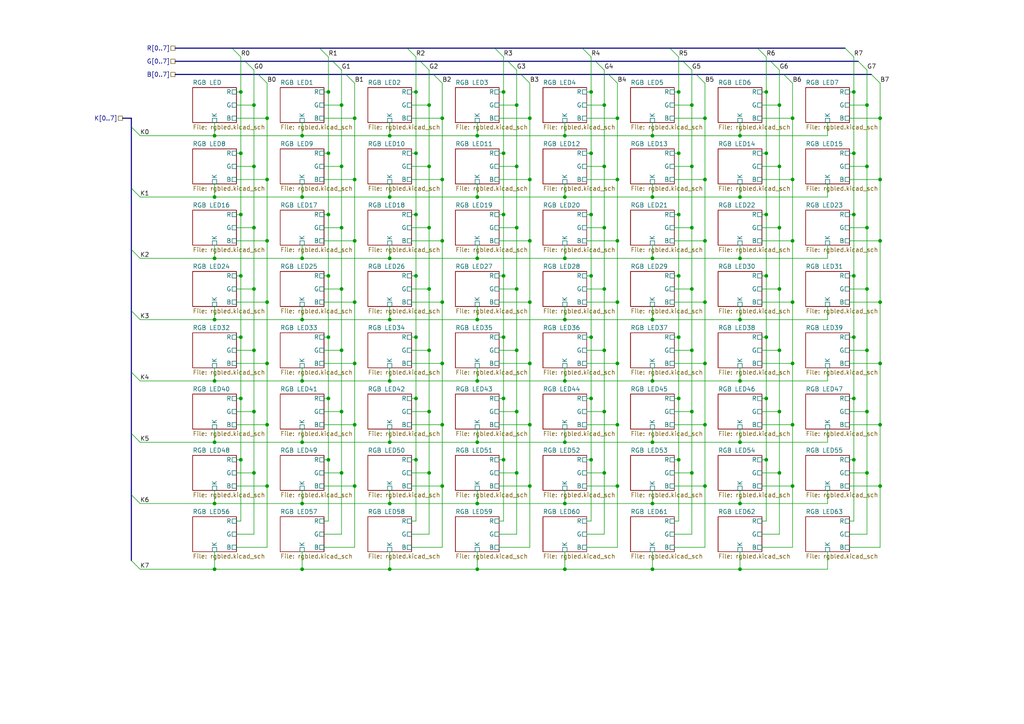
<source format=kicad_sch>
(kicad_sch (version 20250114) (generator "eeschema") (generator_version "9.0")
  (paper "A4")
  (junction (at 120.65 44.45))
  (junction (at 138.43 128.27))
  (junction (at 200.66 119.38))
  (junction (at 247.65 80.01))
  (junction (at 251.46 30.48))
  (junction (at 102.87 123.19))
  (junction (at 251.46 119.38))
  (junction (at 149.86 101.6))
  (junction (at 251.46 83.82))
  (junction (at 102.87 140.97))
  (junction (at 77.47 34.29))
  (junction (at 138.43 39.37))
  (junction (at 62.23 128.27))
  (junction (at 175.26 48.26))
  (junction (at 138.43 146.05))
  (junction (at 95.25 44.45))
  (junction (at 226.06 101.6))
  (junction (at 120.65 62.23))
  (junction (at 69.85 26.67))
  (junction (at 87.63 74.93))
  (junction (at 179.07 69.85))
  (junction (at 95.25 133.35))
  (junction (at 62.23 146.05))
  (junction (at 73.66 83.82))
  (junction (at 226.06 48.26))
  (junction (at 62.23 39.37))
  (junction (at 163.83 146.05))
  (junction (at 124.46 48.26))
  (junction (at 146.05 97.79))
  (junction (at 124.46 83.82))
  (junction (at 73.66 119.38))
  (junction (at 200.66 137.16))
  (junction (at 175.26 30.48))
  (junction (at 95.25 115.57))
  (junction (at 189.23 74.93))
  (junction (at 128.27 123.19))
  (junction (at 200.66 83.82))
  (junction (at 138.43 165.1))
  (junction (at 179.07 123.19))
  (junction (at 189.23 39.37))
  (junction (at 255.27 105.41))
  (junction (at 189.23 92.71))
  (junction (at 149.86 48.26))
  (junction (at 62.23 110.49))
  (junction (at 255.27 87.63))
  (junction (at 200.66 66.04))
  (junction (at 153.67 87.63))
  (junction (at 200.66 30.48))
  (junction (at 226.06 66.04))
  (junction (at 149.86 83.82))
  (junction (at 196.85 115.57))
  (junction (at 87.63 39.37))
  (junction (at 214.63 165.1))
  (junction (at 179.07 105.41))
  (junction (at 153.67 34.29))
  (junction (at 214.63 74.93))
  (junction (at 113.03 57.15))
  (junction (at 73.66 137.16))
  (junction (at 120.65 115.57))
  (junction (at 153.67 140.97))
  (junction (at 149.86 66.04))
  (junction (at 153.67 105.41))
  (junction (at 87.63 165.1))
  (junction (at 99.06 101.6))
  (junction (at 128.27 140.97))
  (junction (at 69.85 62.23))
  (junction (at 222.25 26.67))
  (junction (at 214.63 92.71))
  (junction (at 226.06 30.48))
  (junction (at 226.06 83.82))
  (junction (at 175.26 101.6))
  (junction (at 62.23 57.15))
  (junction (at 189.23 165.1))
  (junction (at 128.27 87.63))
  (junction (at 69.85 80.01))
  (junction (at 124.46 66.04))
  (junction (at 62.23 165.1))
  (junction (at 73.66 66.04))
  (junction (at 113.03 146.05))
  (junction (at 102.87 52.07))
  (junction (at 69.85 133.35))
  (junction (at 229.87 87.63))
  (junction (at 153.67 69.85))
  (junction (at 247.65 62.23))
  (junction (at 229.87 69.85))
  (junction (at 214.63 57.15))
  (junction (at 222.25 80.01))
  (junction (at 251.46 66.04))
  (junction (at 73.66 101.6))
  (junction (at 77.47 105.41))
  (junction (at 87.63 128.27))
  (junction (at 229.87 52.07))
  (junction (at 222.25 44.45))
  (junction (at 102.87 69.85))
  (junction (at 149.86 119.38))
  (junction (at 179.07 87.63))
  (junction (at 77.47 87.63))
  (junction (at 120.65 97.79))
  (junction (at 171.45 80.01))
  (junction (at 99.06 83.82))
  (junction (at 138.43 92.71))
  (junction (at 124.46 101.6))
  (junction (at 163.83 57.15))
  (junction (at 128.27 105.41))
  (junction (at 179.07 140.97))
  (junction (at 189.23 128.27))
  (junction (at 77.47 52.07))
  (junction (at 87.63 110.49))
  (junction (at 99.06 48.26))
  (junction (at 62.23 92.71))
  (junction (at 102.87 105.41))
  (junction (at 149.86 137.16))
  (junction (at 99.06 119.38))
  (junction (at 120.65 26.67))
  (junction (at 171.45 44.45))
  (junction (at 146.05 26.67))
  (junction (at 226.06 137.16))
  (junction (at 95.25 97.79))
  (junction (at 204.47 52.07))
  (junction (at 214.63 128.27))
  (junction (at 163.83 92.71))
  (junction (at 214.63 110.49))
  (junction (at 171.45 133.35))
  (junction (at 95.25 80.01))
  (junction (at 95.25 62.23))
  (junction (at 113.03 110.49))
  (junction (at 222.25 115.57))
  (junction (at 175.26 119.38))
  (junction (at 128.27 52.07))
  (junction (at 200.66 101.6))
  (junction (at 222.25 133.35))
  (junction (at 196.85 62.23))
  (junction (at 120.65 133.35))
  (junction (at 222.25 62.23))
  (junction (at 247.65 115.57))
  (junction (at 204.47 34.29))
  (junction (at 146.05 80.01))
  (junction (at 222.25 97.79))
  (junction (at 138.43 74.93))
  (junction (at 175.26 83.82))
  (junction (at 196.85 133.35))
  (junction (at 255.27 52.07))
  (junction (at 87.63 92.71))
  (junction (at 153.67 123.19))
  (junction (at 163.83 128.27))
  (junction (at 124.46 137.16))
  (junction (at 255.27 140.97))
  (junction (at 77.47 69.85))
  (junction (at 102.87 87.63))
  (junction (at 113.03 39.37))
  (junction (at 179.07 52.07))
  (junction (at 99.06 30.48))
  (junction (at 251.46 101.6))
  (junction (at 87.63 146.05))
  (junction (at 138.43 57.15))
  (junction (at 171.45 26.67))
  (junction (at 204.47 140.97))
  (junction (at 175.26 66.04))
  (junction (at 87.63 57.15))
  (junction (at 247.65 44.45))
  (junction (at 214.63 39.37))
  (junction (at 175.26 137.16))
  (junction (at 153.67 52.07))
  (junction (at 196.85 26.67))
  (junction (at 113.03 92.71))
  (junction (at 226.06 119.38))
  (junction (at 113.03 165.1))
  (junction (at 73.66 30.48))
  (junction (at 99.06 137.16))
  (junction (at 171.45 115.57))
  (junction (at 196.85 44.45))
  (junction (at 229.87 123.19))
  (junction (at 146.05 62.23))
  (junction (at 200.66 48.26))
  (junction (at 229.87 34.29))
  (junction (at 69.85 44.45))
  (junction (at 171.45 97.79))
  (junction (at 124.46 119.38))
  (junction (at 196.85 80.01))
  (junction (at 204.47 87.63))
  (junction (at 179.07 34.29))
  (junction (at 149.86 30.48))
  (junction (at 255.27 69.85))
  (junction (at 146.05 44.45))
  (junction (at 214.63 146.05))
  (junction (at 163.83 39.37))
  (junction (at 124.46 30.48))
  (junction (at 189.23 146.05))
  (junction (at 247.65 97.79))
  (junction (at 99.06 66.04))
  (junction (at 102.87 34.29))
  (junction (at 204.47 69.85))
  (junction (at 146.05 115.57))
  (junction (at 113.03 128.27))
  (junction (at 113.03 74.93))
  (junction (at 77.47 140.97))
  (junction (at 196.85 97.79))
  (junction (at 95.25 26.67))
  (junction (at 255.27 34.29))
  (junction (at 247.65 133.35))
  (junction (at 255.27 123.19))
  (junction (at 69.85 115.57))
  (junction (at 251.46 137.16))
  (junction (at 189.23 57.15))
  (junction (at 120.65 80.01))
  (junction (at 128.27 69.85))
  (junction (at 163.83 110.49))
  (junction (at 69.85 97.79))
  (junction (at 146.05 133.35))
  (junction (at 77.47 123.19))
  (junction (at 163.83 74.93))
  (junction (at 128.27 34.29))
  (junction (at 229.87 105.41))
  (junction (at 163.83 165.1))
  (junction (at 189.23 110.49))
  (junction (at 229.87 140.97))
  (junction (at 251.46 48.26))
  (junction (at 204.47 123.19))
  (junction (at 204.47 105.41))
  (junction (at 62.23 74.93))
  (junction (at 247.65 26.67))
  (junction (at 73.66 48.26))
  (junction (at 171.45 62.23))
  (junction (at 138.43 110.49))
  (bus_entry (at 201.93 21.59) (size 2.54 2.54))
  (bus_entry (at 176.53 21.59) (size 2.54 2.54))
  (bus_entry (at 198.12 17.78) (size 2.54 2.54))
  (bus_entry (at 172.72 17.78) (size 2.54 2.54))
  (bus_entry (at 71.12 17.78) (size 2.54 2.54))
  (bus_entry (at 147.32 17.78) (size 2.54 2.54))
  (bus_entry (at 74.93 21.59) (size 2.54 2.54))
  (bus_entry (at 38.1 125.73) (size 2.54 2.54))
  (bus_entry (at 194.31 13.97) (size 2.54 2.54))
  (bus_entry (at 168.91 13.97) (size 2.54 2.54))
  (bus_entry (at 223.52 17.78) (size 2.54 2.54))
  (bus_entry (at 219.71 13.97) (size 2.54 2.54))
  (bus_entry (at 227.33 21.59) (size 2.54 2.54))
  (bus_entry (at 118.11 13.97) (size 2.54 2.54))
  (bus_entry (at 248.92 17.78) (size 2.54 2.54))
  (bus_entry (at 100.33 21.59) (size 2.54 2.54))
  (bus_entry (at 38.1 72.39) (size 2.54 2.54))
  (bus_entry (at 38.1 54.61) (size 2.54 2.54))
  (bus_entry (at 38.1 107.95) (size 2.54 2.54))
  (bus_entry (at 96.52 17.78) (size 2.54 2.54))
  (bus_entry (at 151.13 21.59) (size 2.54 2.54))
  (bus_entry (at 252.73 21.59) (size 2.54 2.54))
  (bus_entry (at 121.92 17.78) (size 2.54 2.54))
  (bus_entry (at 38.1 162.56) (size 2.54 2.54))
  (bus_entry (at 245.11 13.97) (size 2.54 2.54))
  (bus_entry (at 67.31 13.97) (size 2.54 2.54))
  (bus_entry (at 92.71 13.97) (size 2.54 2.54))
  (bus_entry (at 125.73 21.59) (size 2.54 2.54))
  (bus_entry (at 38.1 143.51) (size 2.54 2.54))
  (bus_entry (at 38.1 36.83) (size 2.54 2.54))
  (bus_entry (at 38.1 90.17) (size 2.54 2.54))
  (bus_entry (at 143.51 13.97) (size 2.54 2.54))
  (bus (pts (xy 219.71 13.97) (xy 245.11 13.97)))
  (bus (pts (xy 125.73 21.59) (xy 151.13 21.59)))
  (wire (pts (xy 68.58 80.01) (xy 69.85 80.01)))
  (wire (pts (xy 120.65 115.57) (xy 120.65 133.35)))
  (wire (pts (xy 68.58 119.38) (xy 73.66 119.38)))
  (wire (pts (xy 204.47 34.29) (xy 195.58 34.29)))
  (wire (pts (xy 93.98 137.16) (xy 99.06 137.16)))
  (wire (pts (xy 124.46 119.38) (xy 124.46 137.16)))
  (wire (pts (xy 77.47 105.41) (xy 77.47 87.63)))
  (wire (pts (xy 99.06 20.32) (xy 99.06 30.48)))
  (wire (pts (xy 175.26 20.32) (xy 175.26 30.48)))
  (wire (pts (xy 175.26 101.6) (xy 175.26 119.38)))
  (wire (pts (xy 102.87 52.07) (xy 102.87 34.29)))
  (wire (pts (xy 102.87 158.75) (xy 102.87 140.97)))
  (wire (pts (xy 95.25 151.13) (xy 93.98 151.13)))
  (wire (pts (xy 113.03 124.46) (xy 113.03 128.27)))
  (wire (pts (xy 189.23 124.46) (xy 189.23 128.27)))
  (wire (pts (xy 200.66 83.82) (xy 200.66 101.6)))
  (wire (pts (xy 146.05 26.67) (xy 146.05 44.45)))
  (wire (pts (xy 153.67 24.13) (xy 153.67 34.29)))
  (wire (pts (xy 229.87 34.29) (xy 220.98 34.29)))
  (wire (pts (xy 119.38 133.35) (xy 120.65 133.35)))
  (wire (pts (xy 189.23 146.05) (xy 214.63 146.05)))
  (wire (pts (xy 170.18 52.07) (xy 179.07 52.07)))
  (bus (pts (xy 118.11 13.97) (xy 143.51 13.97)))
  (wire (pts (xy 68.58 133.35) (xy 69.85 133.35)))
  (wire (pts (xy 163.83 88.9) (xy 163.83 92.71)))
  (wire (pts (xy 200.66 119.38) (xy 200.66 137.16)))
  (wire (pts (xy 251.46 48.26) (xy 251.46 66.04)))
  (wire (pts (xy 204.47 158.75) (xy 204.47 140.97)))
  (wire (pts (xy 204.47 140.97) (xy 204.47 123.19)))
  (wire (pts (xy 128.27 105.41) (xy 128.27 87.63)))
  (wire (pts (xy 119.38 87.63) (xy 128.27 87.63)))
  (wire (pts (xy 195.58 133.35) (xy 196.85 133.35)))
  (wire (pts (xy 229.87 105.41) (xy 229.87 87.63)))
  (wire (pts (xy 251.46 154.94) (xy 246.38 154.94)))
  (wire (pts (xy 222.25 151.13) (xy 220.98 151.13)))
  (wire (pts (xy 120.65 97.79) (xy 120.65 115.57)))
  (wire (pts (xy 68.58 87.63) (xy 77.47 87.63)))
  (wire (pts (xy 222.25 115.57) (xy 222.25 133.35)))
  (bus (pts (xy 96.52 17.78) (xy 121.92 17.78)))
  (wire (pts (xy 170.18 44.45) (xy 171.45 44.45)))
  (wire (pts (xy 149.86 154.94) (xy 144.78 154.94)))
  (wire (pts (xy 220.98 69.85) (xy 229.87 69.85)))
  (wire (pts (xy 138.43 110.49) (xy 163.83 110.49)))
  (bus (pts (xy 71.12 17.78) (xy 96.52 17.78)))
  (wire (pts (xy 149.86 30.48) (xy 149.86 48.26)))
  (wire (pts (xy 40.64 110.49) (xy 62.23 110.49)))
  (wire (pts (xy 138.43 88.9) (xy 138.43 92.71)))
  (wire (pts (xy 175.26 30.48) (xy 175.26 48.26)))
  (wire (pts (xy 179.07 105.41) (xy 179.07 87.63)))
  (wire (pts (xy 220.98 137.16) (xy 226.06 137.16)))
  (wire (pts (xy 170.18 62.23) (xy 171.45 62.23)))
  (wire (pts (xy 222.25 97.79) (xy 222.25 115.57)))
  (wire (pts (xy 251.46 137.16) (xy 251.46 154.94)))
  (wire (pts (xy 119.38 62.23) (xy 120.65 62.23)))
  (wire (pts (xy 69.85 133.35) (xy 69.85 151.13)))
  (wire (pts (xy 102.87 34.29) (xy 93.98 34.29)))
  (wire (pts (xy 99.06 154.94) (xy 93.98 154.94)))
  (wire (pts (xy 144.78 133.35) (xy 146.05 133.35)))
  (wire (pts (xy 99.06 137.16) (xy 99.06 154.94)))
  (wire (pts (xy 214.63 106.68) (xy 214.63 110.49)))
  (wire (pts (xy 69.85 26.67) (xy 69.85 44.45)))
  (wire (pts (xy 170.18 83.82) (xy 175.26 83.82)))
  (wire (pts (xy 95.25 97.79) (xy 95.25 115.57)))
  (wire (pts (xy 149.86 48.26) (xy 149.86 66.04)))
  (wire (pts (xy 170.18 119.38) (xy 175.26 119.38)))
  (wire (pts (xy 93.98 115.57) (xy 95.25 115.57)))
  (bus (pts (xy 67.31 13.97) (xy 92.71 13.97)))
  (wire (pts (xy 68.58 62.23) (xy 69.85 62.23)))
  (wire (pts (xy 124.46 137.16) (xy 124.46 154.94)))
  (wire (pts (xy 153.67 105.41) (xy 153.67 87.63)))
  (wire (pts (xy 251.46 66.04) (xy 251.46 83.82)))
  (wire (pts (xy 247.65 115.57) (xy 247.65 133.35)))
  (wire (pts (xy 77.47 123.19) (xy 77.47 105.41)))
  (wire (pts (xy 220.98 26.67) (xy 222.25 26.67)))
  (wire (pts (xy 144.78 97.79) (xy 146.05 97.79)))
  (wire (pts (xy 153.67 140.97) (xy 153.67 123.19)))
  (wire (pts (xy 170.18 123.19) (xy 179.07 123.19)))
  (wire (pts (xy 195.58 119.38) (xy 200.66 119.38)))
  (wire (pts (xy 175.26 154.94) (xy 170.18 154.94)))
  (wire (pts (xy 144.78 123.19) (xy 153.67 123.19)))
  (wire (pts (xy 95.25 62.23) (xy 95.25 80.01)))
  (wire (pts (xy 226.06 137.16) (xy 226.06 154.94)))
  (wire (pts (xy 153.67 69.85) (xy 153.67 52.07)))
  (wire (pts (xy 138.43 106.68) (xy 138.43 110.49)))
  (wire (pts (xy 214.63 35.56) (xy 214.63 39.37)))
  (wire (pts (xy 222.25 62.23) (xy 222.25 80.01)))
  (wire (pts (xy 170.18 66.04) (xy 175.26 66.04)))
  (wire (pts (xy 195.58 123.19) (xy 204.47 123.19)))
  (wire (pts (xy 171.45 133.35) (xy 171.45 151.13)))
  (wire (pts (xy 229.87 24.13) (xy 229.87 34.29)))
  (wire (pts (xy 255.27 87.63) (xy 255.27 69.85)))
  (wire (pts (xy 124.46 30.48) (xy 124.46 48.26)))
  (bus (pts (xy 38.1 36.83) (xy 38.1 54.61)))
  (bus (pts (xy 147.32 17.78) (xy 172.72 17.78)))
  (bus (pts (xy 38.1 54.61) (xy 38.1 72.39)))
  (wire (pts (xy 144.78 80.01) (xy 146.05 80.01)))
  (bus (pts (xy 121.92 17.78) (xy 147.32 17.78)))
  (wire (pts (xy 220.98 119.38) (xy 226.06 119.38)))
  (wire (pts (xy 189.23 160.02) (xy 189.23 165.1)))
  (wire (pts (xy 138.43 39.37) (xy 163.83 39.37)))
  (wire (pts (xy 144.78 62.23) (xy 146.05 62.23)))
  (wire (pts (xy 246.38 158.75) (xy 255.27 158.75)))
  (wire (pts (xy 214.63 110.49) (xy 240.03 110.49)))
  (wire (pts (xy 171.45 44.45) (xy 171.45 62.23)))
  (wire (pts (xy 179.07 69.85) (xy 179.07 52.07)))
  (wire (pts (xy 214.63 92.71) (xy 240.03 92.71)))
  (wire (pts (xy 189.23 165.1) (xy 214.63 165.1)))
  (wire (pts (xy 171.45 16.51) (xy 171.45 26.67)))
  (wire (pts (xy 99.06 119.38) (xy 99.06 137.16)))
  (wire (pts (xy 119.38 26.67) (xy 120.65 26.67)))
  (wire (pts (xy 246.38 80.01) (xy 247.65 80.01)))
  (bus (pts (xy 74.93 21.59) (xy 100.33 21.59)))
  (bus (pts (xy 227.33 21.59) (xy 252.73 21.59)))
  (wire (pts (xy 144.78 119.38) (xy 149.86 119.38)))
  (wire (pts (xy 171.45 26.67) (xy 171.45 44.45)))
  (wire (pts (xy 87.63 35.56) (xy 87.63 39.37)))
  (wire (pts (xy 68.58 140.97) (xy 77.47 140.97)))
  (wire (pts (xy 69.85 97.79) (xy 69.85 115.57)))
  (wire (pts (xy 170.18 105.41) (xy 179.07 105.41)))
  (wire (pts (xy 124.46 83.82) (xy 124.46 101.6)))
  (wire (pts (xy 69.85 151.13) (xy 68.58 151.13)))
  (wire (pts (xy 68.58 26.67) (xy 69.85 26.67)))
  (wire (pts (xy 40.64 128.27) (xy 62.23 128.27)))
  (wire (pts (xy 226.06 101.6) (xy 226.06 119.38)))
  (wire (pts (xy 62.23 39.37) (xy 87.63 39.37)))
  (wire (pts (xy 222.25 133.35) (xy 222.25 151.13)))
  (wire (pts (xy 93.98 133.35) (xy 95.25 133.35)))
  (wire (pts (xy 149.86 20.32) (xy 149.86 30.48)))
  (wire (pts (xy 240.03 165.1) (xy 240.03 160.02)))
  (wire (pts (xy 128.27 52.07) (xy 128.27 34.29)))
  (wire (pts (xy 220.98 97.79) (xy 222.25 97.79)))
  (wire (pts (xy 146.05 115.57) (xy 146.05 133.35)))
  (wire (pts (xy 246.38 83.82) (xy 251.46 83.82)))
  (wire (pts (xy 62.23 106.68) (xy 62.23 110.49)))
  (wire (pts (xy 138.43 35.56) (xy 138.43 39.37)))
  (wire (pts (xy 87.63 53.34) (xy 87.63 57.15)))
  (wire (pts (xy 171.45 115.57) (xy 171.45 133.35)))
  (wire (pts (xy 95.25 26.67) (xy 95.25 44.45)))
  (wire (pts (xy 62.23 165.1) (xy 87.63 165.1)))
  (wire (pts (xy 214.63 160.02) (xy 214.63 165.1)))
  (wire (pts (xy 144.78 48.26) (xy 149.86 48.26)))
  (wire (pts (xy 146.05 80.01) (xy 146.05 97.79)))
  (wire (pts (xy 93.98 119.38) (xy 99.06 119.38)))
  (wire (pts (xy 93.98 123.19) (xy 102.87 123.19)))
  (wire (pts (xy 113.03 39.37) (xy 138.43 39.37)))
  (wire (pts (xy 62.23 160.02) (xy 62.23 165.1)))
  (wire (pts (xy 179.07 52.07) (xy 179.07 34.29)))
  (wire (pts (xy 200.66 101.6) (xy 200.66 119.38)))
  (wire (pts (xy 200.66 48.26) (xy 200.66 66.04)))
  (wire (pts (xy 87.63 142.24) (xy 87.63 146.05)))
  (wire (pts (xy 128.27 140.97) (xy 128.27 123.19)))
  (wire (pts (xy 69.85 80.01) (xy 69.85 97.79)))
  (wire (pts (xy 175.26 66.04) (xy 175.26 83.82)))
  (wire (pts (xy 77.47 24.13) (xy 77.47 34.29)))
  (wire (pts (xy 146.05 44.45) (xy 146.05 62.23)))
  (wire (pts (xy 214.63 39.37) (xy 240.03 39.37)))
  (wire (pts (xy 68.58 30.48) (xy 73.66 30.48)))
  (wire (pts (xy 163.83 57.15) (xy 189.23 57.15)))
  (wire (pts (xy 93.98 52.07) (xy 102.87 52.07)))
  (wire (pts (xy 170.18 158.75) (xy 179.07 158.75)))
  (wire (pts (xy 62.23 53.34) (xy 62.23 57.15)))
  (wire (pts (xy 214.63 124.46) (xy 214.63 128.27)))
  (wire (pts (xy 138.43 165.1) (xy 163.83 165.1)))
  (wire (pts (xy 240.03 128.27) (xy 240.03 124.46)))
  (wire (pts (xy 220.98 30.48) (xy 226.06 30.48)))
  (wire (pts (xy 69.85 62.23) (xy 69.85 80.01)))
  (wire (pts (xy 119.38 158.75) (xy 128.27 158.75)))
  (wire (pts (xy 138.43 74.93) (xy 163.83 74.93)))
  (wire (pts (xy 229.87 69.85) (xy 229.87 52.07)))
  (wire (pts (xy 163.83 39.37) (xy 189.23 39.37)))
  (wire (pts (xy 69.85 115.57) (xy 69.85 133.35)))
  (wire (pts (xy 113.03 74.93) (xy 138.43 74.93)))
  (wire (pts (xy 113.03 165.1) (xy 138.43 165.1)))
  (wire (pts (xy 119.38 115.57) (xy 120.65 115.57)))
  (wire (pts (xy 119.38 66.04) (xy 124.46 66.04)))
  (wire (pts (xy 68.58 83.82) (xy 73.66 83.82)))
  (wire (pts (xy 73.66 20.32) (xy 73.66 30.48)))
  (wire (pts (xy 189.23 57.15) (xy 214.63 57.15)))
  (wire (pts (xy 119.38 140.97) (xy 128.27 140.97)))
  (bus (pts (xy 198.12 17.78) (xy 223.52 17.78)))
  (wire (pts (xy 87.63 39.37) (xy 113.03 39.37)))
  (wire (pts (xy 204.47 105.41) (xy 204.47 87.63)))
  (wire (pts (xy 153.67 123.19) (xy 153.67 105.41)))
  (wire (pts (xy 214.63 128.27) (xy 240.03 128.27)))
  (wire (pts (xy 95.25 133.35) (xy 95.25 151.13)))
  (wire (pts (xy 124.46 48.26) (xy 124.46 66.04)))
  (wire (pts (xy 255.27 123.19) (xy 255.27 105.41)))
  (wire (pts (xy 99.06 48.26) (xy 99.06 66.04)))
  (wire (pts (xy 62.23 88.9) (xy 62.23 92.71)))
  (bus (pts (xy 100.33 21.59) (xy 125.73 21.59)))
  (wire (pts (xy 179.07 158.75) (xy 179.07 140.97)))
  (bus (pts (xy 176.53 21.59) (xy 201.93 21.59)))
  (wire (pts (xy 220.98 101.6) (xy 226.06 101.6)))
  (bus (pts (xy 194.31 13.97) (xy 219.71 13.97)))
  (wire (pts (xy 128.27 87.63) (xy 128.27 69.85)))
  (wire (pts (xy 120.65 44.45) (xy 120.65 62.23)))
  (wire (pts (xy 226.06 83.82) (xy 226.06 101.6)))
  (wire (pts (xy 99.06 83.82) (xy 99.06 101.6)))
  (wire (pts (xy 251.46 101.6) (xy 251.46 119.38)))
  (wire (pts (xy 68.58 52.07) (xy 77.47 52.07)))
  (wire (pts (xy 138.43 92.71) (xy 163.83 92.71)))
  (wire (pts (xy 255.27 158.75) (xy 255.27 140.97)))
  (wire (pts (xy 124.46 101.6) (xy 124.46 119.38)))
  (wire (pts (xy 196.85 80.01) (xy 196.85 97.79)))
  (wire (pts (xy 40.64 74.93) (xy 62.23 74.93)))
  (wire (pts (xy 189.23 71.12) (xy 189.23 74.93)))
  (wire (pts (xy 144.78 69.85) (xy 153.67 69.85)))
  (wire (pts (xy 163.83 74.93) (xy 189.23 74.93)))
  (wire (pts (xy 119.38 80.01) (xy 120.65 80.01)))
  (wire (pts (xy 189.23 110.49) (xy 214.63 110.49)))
  (wire (pts (xy 195.58 115.57) (xy 196.85 115.57)))
  (wire (pts (xy 204.47 52.07) (xy 204.47 34.29)))
  (wire (pts (xy 68.58 158.75) (xy 77.47 158.75)))
  (wire (pts (xy 246.38 52.07) (xy 255.27 52.07)))
  (wire (pts (xy 138.43 128.27) (xy 163.83 128.27)))
  (wire (pts (xy 204.47 69.85) (xy 204.47 52.07)))
  (wire (pts (xy 251.46 20.32) (xy 251.46 30.48)))
  (wire (pts (xy 220.98 48.26) (xy 226.06 48.26)))
  (wire (pts (xy 119.38 83.82) (xy 124.46 83.82)))
  (wire (pts (xy 196.85 133.35) (xy 196.85 151.13)))
  (wire (pts (xy 171.45 97.79) (xy 171.45 115.57)))
  (wire (pts (xy 226.06 48.26) (xy 226.06 66.04)))
  (wire (pts (xy 163.83 110.49) (xy 189.23 110.49)))
  (bus (pts (xy 38.1 34.29) (xy 38.1 36.83)))
  (wire (pts (xy 200.66 20.32) (xy 200.66 30.48)))
  (wire (pts (xy 68.58 101.6) (xy 73.66 101.6)))
  (wire (pts (xy 113.03 35.56) (xy 113.03 39.37)))
  (wire (pts (xy 195.58 105.41) (xy 204.47 105.41)))
  (wire (pts (xy 144.78 30.48) (xy 149.86 30.48)))
  (wire (pts (xy 175.26 137.16) (xy 175.26 154.94)))
  (wire (pts (xy 214.63 57.15) (xy 240.03 57.15)))
  (wire (pts (xy 170.18 26.67) (xy 171.45 26.67)))
  (wire (pts (xy 220.98 62.23) (xy 222.25 62.23)))
  (wire (pts (xy 102.87 24.13) (xy 102.87 34.29)))
  (wire (pts (xy 87.63 165.1) (xy 113.03 165.1)))
  (wire (pts (xy 247.65 151.13) (xy 246.38 151.13)))
  (wire (pts (xy 163.83 53.34) (xy 163.83 57.15)))
  (wire (pts (xy 62.23 92.71) (xy 87.63 92.71)))
  (wire (pts (xy 99.06 66.04) (xy 99.06 83.82)))
  (wire (pts (xy 99.06 101.6) (xy 99.06 119.38)))
  (wire (pts (xy 195.58 69.85) (xy 204.47 69.85)))
  (wire (pts (xy 77.47 158.75) (xy 77.47 140.97)))
  (wire (pts (xy 119.38 52.07) (xy 128.27 52.07)))
  (wire (pts (xy 146.05 62.23) (xy 146.05 80.01)))
  (wire (pts (xy 214.63 142.24) (xy 214.63 146.05)))
  (wire (pts (xy 175.26 48.26) (xy 175.26 66.04)))
  (wire (pts (xy 69.85 44.45) (xy 69.85 62.23)))
  (wire (pts (xy 68.58 115.57) (xy 69.85 115.57)))
  (wire (pts (xy 195.58 97.79) (xy 196.85 97.79)))
  (wire (pts (xy 200.66 154.94) (xy 195.58 154.94)))
  (wire (pts (xy 240.03 110.49) (xy 240.03 106.68)))
  (wire (pts (xy 251.46 119.38) (xy 251.46 137.16)))
  (wire (pts (xy 144.78 66.04) (xy 149.86 66.04)))
  (wire (pts (xy 128.27 24.13) (xy 128.27 34.29)))
  (wire (pts (xy 195.58 140.97) (xy 204.47 140.97)))
  (wire (pts (xy 99.06 30.48) (xy 99.06 48.26)))
  (wire (pts (xy 247.65 133.35) (xy 247.65 151.13)))
  (wire (pts (xy 220.98 87.63) (xy 229.87 87.63)))
  (wire (pts (xy 120.65 133.35) (xy 120.65 151.13)))
  (wire (pts (xy 251.46 30.48) (xy 251.46 48.26)))
  (wire (pts (xy 195.58 158.75) (xy 204.47 158.75)))
  (wire (pts (xy 196.85 62.23) (xy 196.85 80.01)))
  (wire (pts (xy 102.87 105.41) (xy 102.87 87.63)))
  (wire (pts (xy 113.03 146.05) (xy 138.43 146.05)))
  (wire (pts (xy 163.83 165.1) (xy 189.23 165.1)))
  (wire (pts (xy 240.03 39.37) (xy 240.03 35.56)))
  (wire (pts (xy 195.58 30.48) (xy 200.66 30.48)))
  (wire (pts (xy 68.58 123.19) (xy 77.47 123.19)))
  (wire (pts (xy 144.78 26.67) (xy 146.05 26.67)))
  (wire (pts (xy 247.65 44.45) (xy 247.65 62.23)))
  (bus (pts (xy 143.51 13.97) (xy 168.91 13.97)))
  (wire (pts (xy 113.03 57.15) (xy 138.43 57.15)))
  (wire (pts (xy 222.25 80.01) (xy 222.25 97.79)))
  (bus (pts (xy 50.8 13.97) (xy 67.31 13.97)))
  (wire (pts (xy 138.43 124.46) (xy 138.43 128.27)))
  (wire (pts (xy 77.47 52.07) (xy 77.47 34.29)))
  (wire (pts (xy 95.25 16.51) (xy 95.25 26.67)))
  (wire (pts (xy 93.98 30.48) (xy 99.06 30.48)))
  (wire (pts (xy 163.83 92.71) (xy 189.23 92.71)))
  (wire (pts (xy 113.03 92.71) (xy 138.43 92.71)))
  (wire (pts (xy 229.87 158.75) (xy 229.87 140.97)))
  (wire (pts (xy 144.78 44.45) (xy 146.05 44.45)))
  (wire (pts (xy 113.03 88.9) (xy 113.03 92.71)))
  (wire (pts (xy 87.63 160.02) (xy 87.63 165.1)))
  (wire (pts (xy 214.63 74.93) (xy 240.03 74.93)))
  (wire (pts (xy 170.18 80.01) (xy 171.45 80.01)))
  (wire (pts (xy 255.27 105.41) (xy 255.27 87.63)))
  (wire (pts (xy 138.43 142.24) (xy 138.43 146.05)))
  (wire (pts (xy 77.47 87.63) (xy 77.47 69.85)))
  (wire (pts (xy 149.86 101.6) (xy 149.86 119.38)))
  (wire (pts (xy 214.63 71.12) (xy 214.63 74.93)))
  (wire (pts (xy 246.38 97.79) (xy 247.65 97.79)))
  (wire (pts (xy 102.87 140.97) (xy 102.87 123.19)))
  (wire (pts (xy 120.65 80.01) (xy 120.65 97.79)))
  (wire (pts (xy 189.23 142.24) (xy 189.23 146.05)))
  (wire (pts (xy 144.78 52.07) (xy 153.67 52.07)))
  (wire (pts (xy 138.43 71.12) (xy 138.43 74.93)))
  (wire (pts (xy 246.38 101.6) (xy 251.46 101.6)))
  (bus (pts (xy 50.8 21.59) (xy 74.93 21.59)))
  (wire (pts (xy 195.58 137.16) (xy 200.66 137.16)))
  (wire (pts (xy 220.98 80.01) (xy 222.25 80.01)))
  (wire (pts (xy 246.38 140.97) (xy 255.27 140.97)))
  (wire (pts (xy 93.98 87.63) (xy 102.87 87.63)))
  (wire (pts (xy 146.05 16.51) (xy 146.05 26.67)))
  (wire (pts (xy 189.23 53.34) (xy 189.23 57.15)))
  (wire (pts (xy 204.47 87.63) (xy 204.47 69.85)))
  (wire (pts (xy 163.83 128.27) (xy 189.23 128.27)))
  (wire (pts (xy 119.38 97.79) (xy 120.65 97.79)))
  (wire (pts (xy 226.06 119.38) (xy 226.06 137.16)))
  (wire (pts (xy 93.98 83.82) (xy 99.06 83.82)))
  (wire (pts (xy 102.87 123.19) (xy 102.87 105.41)))
  (wire (pts (xy 138.43 160.02) (xy 138.43 165.1)))
  (wire (pts (xy 144.78 87.63) (xy 153.67 87.63)))
  (wire (pts (xy 240.03 74.93) (xy 240.03 71.12)))
  (bus (pts (xy 35.56 34.29) (xy 38.1 34.29)))
  (wire (pts (xy 246.38 44.45) (xy 247.65 44.45)))
  (wire (pts (xy 93.98 140.97) (xy 102.87 140.97)))
  (wire (pts (xy 240.03 57.15) (xy 240.03 53.34)))
  (wire (pts (xy 144.78 101.6) (xy 149.86 101.6)))
  (wire (pts (xy 175.26 119.38) (xy 175.26 137.16)))
  (wire (pts (xy 170.18 97.79) (xy 171.45 97.79)))
  (wire (pts (xy 240.03 146.05) (xy 240.03 142.24)))
  (bus (pts (xy 168.91 13.97) (xy 194.31 13.97)))
  (bus (pts (xy 50.8 17.78) (xy 71.12 17.78)))
  (wire (pts (xy 73.66 30.48) (xy 73.66 48.26)))
  (wire (pts (xy 113.03 53.34) (xy 113.03 57.15)))
  (wire (pts (xy 189.23 106.68) (xy 189.23 110.49)))
  (wire (pts (xy 240.03 92.71) (xy 240.03 88.9)))
  (wire (pts (xy 138.43 146.05) (xy 163.83 146.05)))
  (wire (pts (xy 195.58 48.26) (xy 200.66 48.26)))
  (wire (pts (xy 170.18 87.63) (xy 179.07 87.63)))
  (wire (pts (xy 171.45 80.01) (xy 171.45 97.79)))
  (wire (pts (xy 163.83 146.05) (xy 189.23 146.05)))
  (wire (pts (xy 222.25 44.45) (xy 222.25 62.23)))
  (wire (pts (xy 153.67 158.75) (xy 153.67 140.97)))
  (wire (pts (xy 149.86 119.38) (xy 149.86 137.16)))
  (wire (pts (xy 179.07 87.63) (xy 179.07 69.85)))
  (wire (pts (xy 93.98 69.85) (xy 102.87 69.85)))
  (wire (pts (xy 62.23 74.93) (xy 87.63 74.93)))
  (wire (pts (xy 229.87 123.19) (xy 229.87 105.41)))
  (wire (pts (xy 119.38 123.19) (xy 128.27 123.19)))
  (wire (pts (xy 226.06 154.94) (xy 220.98 154.94)))
  (wire (pts (xy 113.03 71.12) (xy 113.03 74.93)))
  (wire (pts (xy 87.63 92.71) (xy 113.03 92.71)))
  (wire (pts (xy 73.66 101.6) (xy 73.66 119.38)))
  (wire (pts (xy 119.38 101.6) (xy 124.46 101.6)))
  (bus (pts (xy 201.93 21.59) (xy 227.33 21.59)))
  (wire (pts (xy 124.46 66.04) (xy 124.46 83.82)))
  (wire (pts (xy 246.38 66.04) (xy 251.46 66.04)))
  (wire (pts (xy 226.06 20.32) (xy 226.06 30.48)))
  (wire (pts (xy 179.07 24.13) (xy 179.07 34.29)))
  (wire (pts (xy 247.65 16.51) (xy 247.65 26.67)))
  (wire (pts (xy 73.66 119.38) (xy 73.66 137.16)))
  (wire (pts (xy 170.18 115.57) (xy 171.45 115.57)))
  (wire (pts (xy 189.23 128.27) (xy 214.63 128.27)))
  (wire (pts (xy 220.98 158.75) (xy 229.87 158.75)))
  (wire (pts (xy 40.64 57.15) (xy 62.23 57.15)))
  (wire (pts (xy 120.65 151.13) (xy 119.38 151.13)))
  (wire (pts (xy 220.98 105.41) (xy 229.87 105.41)))
  (wire (pts (xy 247.65 26.67) (xy 247.65 44.45)))
  (bus (pts (xy 38.1 72.39) (xy 38.1 90.17)))
  (bus (pts (xy 172.72 17.78) (xy 198.12 17.78)))
  (wire (pts (xy 220.98 115.57) (xy 222.25 115.57)))
  (bus (pts (xy 38.1 90.17) (xy 38.1 107.95)))
  (wire (pts (xy 62.23 128.27) (xy 87.63 128.27)))
  (wire (pts (xy 102.87 87.63) (xy 102.87 69.85)))
  (wire (pts (xy 119.38 30.48) (xy 124.46 30.48)))
  (wire (pts (xy 119.38 69.85) (xy 128.27 69.85)))
  (wire (pts (xy 62.23 110.49) (xy 87.63 110.49)))
  (wire (pts (xy 170.18 69.85) (xy 179.07 69.85)))
  (wire (pts (xy 251.46 83.82) (xy 251.46 101.6)))
  (wire (pts (xy 214.63 88.9) (xy 214.63 92.71)))
  (wire (pts (xy 68.58 44.45) (xy 69.85 44.45)))
  (wire (pts (xy 62.23 57.15) (xy 87.63 57.15)))
  (wire (pts (xy 170.18 48.26) (xy 175.26 48.26)))
  (wire (pts (xy 77.47 69.85) (xy 77.47 52.07)))
  (wire (pts (xy 220.98 83.82) (xy 226.06 83.82)))
  (wire (pts (xy 255.27 24.13) (xy 255.27 34.29)))
  (wire (pts (xy 62.23 142.24) (xy 62.23 146.05)))
  (bus (pts (xy 92.71 13.97) (xy 118.11 13.97)))
  (wire (pts (xy 195.58 80.01) (xy 196.85 80.01)))
  (wire (pts (xy 73.66 137.16) (xy 73.66 154.94)))
  (wire (pts (xy 170.18 133.35) (xy 171.45 133.35)))
  (wire (pts (xy 73.66 66.04) (xy 73.66 83.82)))
  (wire (pts (xy 255.27 52.07) (xy 255.27 34.29)))
  (wire (pts (xy 93.98 62.23) (xy 95.25 62.23)))
  (wire (pts (xy 195.58 52.07) (xy 204.47 52.07)))
  (wire (pts (xy 93.98 44.45) (xy 95.25 44.45)))
  (wire (pts (xy 149.86 66.04) (xy 149.86 83.82)))
  (wire (pts (xy 170.18 101.6) (xy 175.26 101.6)))
  (wire (pts (xy 95.25 80.01) (xy 95.25 97.79)))
  (bus (pts (xy 38.1 143.51) (xy 38.1 162.56)))
  (wire (pts (xy 247.65 80.01) (xy 247.65 97.79)))
  (wire (pts (xy 128.27 123.19) (xy 128.27 105.41)))
  (wire (pts (xy 62.23 124.46) (xy 62.23 128.27)))
  (wire (pts (xy 146.05 97.79) (xy 146.05 115.57)))
  (wire (pts (xy 102.87 69.85) (xy 102.87 52.07)))
  (wire (pts (xy 73.66 83.82) (xy 73.66 101.6)))
  (wire (pts (xy 196.85 16.51) (xy 196.85 26.67)))
  (wire (pts (xy 138.43 53.34) (xy 138.43 57.15)))
  (wire (pts (xy 87.63 124.46) (xy 87.63 128.27)))
  (wire (pts (xy 195.58 44.45) (xy 196.85 44.45)))
  (wire (pts (xy 119.38 105.41) (xy 128.27 105.41)))
  (wire (pts (xy 246.38 137.16) (xy 251.46 137.16)))
  (wire (pts (xy 179.07 123.19) (xy 179.07 105.41)))
  (wire (pts (xy 144.78 140.97) (xy 153.67 140.97)))
  (wire (pts (xy 195.58 66.04) (xy 200.66 66.04)))
  (wire (pts (xy 246.38 26.67) (xy 247.65 26.67)))
  (wire (pts (xy 87.63 88.9) (xy 87.63 92.71)))
  (wire (pts (xy 128.27 158.75) (xy 128.27 140.97)))
  (wire (pts (xy 40.64 146.05) (xy 62.23 146.05)))
  (wire (pts (xy 149.86 137.16) (xy 149.86 154.94)))
  (wire (pts (xy 171.45 151.13) (xy 170.18 151.13)))
  (wire (pts (xy 62.23 146.05) (xy 87.63 146.05)))
  (wire (pts (xy 93.98 101.6) (xy 99.06 101.6)))
  (wire (pts (xy 87.63 128.27) (xy 113.03 128.27)))
  (wire (pts (xy 62.23 71.12) (xy 62.23 74.93)))
  (wire (pts (xy 246.38 119.38) (xy 251.46 119.38)))
  (wire (pts (xy 246.38 69.85) (xy 255.27 69.85)))
  (wire (pts (xy 163.83 106.68) (xy 163.83 110.49)))
  (wire (pts (xy 113.03 142.24) (xy 113.03 146.05)))
  (wire (pts (xy 144.78 158.75) (xy 153.67 158.75)))
  (wire (pts (xy 113.03 128.27) (xy 138.43 128.27)))
  (wire (pts (xy 73.66 154.94) (xy 68.58 154.94)))
  (wire (pts (xy 87.63 74.93) (xy 113.03 74.93)))
  (wire (pts (xy 204.47 123.19) (xy 204.47 105.41)))
  (wire (pts (xy 226.06 66.04) (xy 226.06 83.82)))
  (wire (pts (xy 68.58 137.16) (xy 73.66 137.16)))
  (wire (pts (xy 163.83 142.24) (xy 163.83 146.05)))
  (wire (pts (xy 246.38 48.26) (xy 251.46 48.26)))
  (wire (pts (xy 163.83 124.46) (xy 163.83 128.27)))
  (wire (pts (xy 128.27 34.29) (xy 119.38 34.29)))
  (wire (pts (xy 246.38 105.41) (xy 255.27 105.41)))
  (wire (pts (xy 189.23 74.93) (xy 214.63 74.93)))
  (wire (pts (xy 170.18 140.97) (xy 179.07 140.97)))
  (bus (pts (xy 223.52 17.78) (xy 248.92 17.78)))
  (wire (pts (xy 246.38 133.35) (xy 247.65 133.35)))
  (wire (pts (xy 128.27 69.85) (xy 128.27 52.07)))
  (wire (pts (xy 200.66 66.04) (xy 200.66 83.82)))
  (wire (pts (xy 153.67 87.63) (xy 153.67 69.85)))
  (wire (pts (xy 144.78 83.82) (xy 149.86 83.82)))
  (wire (pts (xy 120.65 62.23) (xy 120.65 80.01)))
  (wire (pts (xy 196.85 26.67) (xy 196.85 44.45)))
  (wire (pts (xy 87.63 106.68) (xy 87.63 110.49)))
  (wire (pts (xy 163.83 35.56) (xy 163.83 39.37)))
  (wire (pts (xy 113.03 160.02) (xy 113.03 165.1)))
  (wire (pts (xy 214.63 165.1) (xy 240.03 165.1)))
  (wire (pts (xy 144.78 105.41) (xy 153.67 105.41)))
  (wire (pts (xy 220.98 52.07) (xy 229.87 52.07)))
  (wire (pts (xy 113.03 110.49) (xy 138.43 110.49)))
  (wire (pts (xy 195.58 62.23) (xy 196.85 62.23)))
  (wire (pts (xy 95.25 44.45) (xy 95.25 62.23)))
  (bus (pts (xy 38.1 125.73) (xy 38.1 143.51)))
  (wire (pts (xy 153.67 34.29) (xy 144.78 34.29)))
  (wire (pts (xy 200.66 30.48) (xy 200.66 48.26)))
  (wire (pts (xy 119.38 119.38) (xy 124.46 119.38)))
  (wire (pts (xy 246.38 123.19) (xy 255.27 123.19)))
  (wire (pts (xy 68.58 69.85) (xy 77.47 69.85)))
  (wire (pts (xy 163.83 160.02) (xy 163.83 165.1)))
  (wire (pts (xy 93.98 105.41) (xy 102.87 105.41)))
  (wire (pts (xy 119.38 48.26) (xy 124.46 48.26)))
  (wire (pts (xy 146.05 133.35) (xy 146.05 151.13)))
  (wire (pts (xy 220.98 44.45) (xy 222.25 44.45)))
  (wire (pts (xy 124.46 154.94) (xy 119.38 154.94)))
  (wire (pts (xy 255.27 69.85) (xy 255.27 52.07)))
  (wire (pts (xy 246.38 62.23) (xy 247.65 62.23)))
  (bus (pts (xy 38.1 107.95) (xy 38.1 125.73)))
  (wire (pts (xy 87.63 71.12) (xy 87.63 74.93)))
  (wire (pts (xy 95.25 115.57) (xy 95.25 133.35)))
  (wire (pts (xy 195.58 101.6) (xy 200.66 101.6)))
  (wire (pts (xy 62.23 35.56) (xy 62.23 39.37)))
  (wire (pts (xy 93.98 158.75) (xy 102.87 158.75)))
  (wire (pts (xy 87.63 110.49) (xy 113.03 110.49)))
  (wire (pts (xy 68.58 97.79) (xy 69.85 97.79)))
  (wire (pts (xy 196.85 115.57) (xy 196.85 133.35)))
  (wire (pts (xy 196.85 97.79) (xy 196.85 115.57)))
  (wire (pts (xy 87.63 57.15) (xy 113.03 57.15)))
  (wire (pts (xy 93.98 66.04) (xy 99.06 66.04)))
  (wire (pts (xy 229.87 140.97) (xy 229.87 123.19)))
  (wire (pts (xy 246.38 30.48) (xy 251.46 30.48)))
  (wire (pts (xy 195.58 87.63) (xy 204.47 87.63)))
  (wire (pts (xy 246.38 87.63) (xy 255.27 87.63)))
  (wire (pts (xy 68.58 105.41) (xy 77.47 105.41)))
  (wire (pts (xy 40.64 39.37) (xy 62.23 39.37)))
  (wire (pts (xy 163.83 71.12) (xy 163.83 74.93)))
  (wire (pts (xy 93.98 48.26) (xy 99.06 48.26)))
  (wire (pts (xy 222.25 26.67) (xy 222.25 44.45)))
  (wire (pts (xy 171.45 62.23) (xy 171.45 80.01)))
  (wire (pts (xy 113.03 106.68) (xy 113.03 110.49)))
  (wire (pts (xy 69.85 16.51) (xy 69.85 26.67)))
  (wire (pts (xy 153.67 52.07) (xy 153.67 34.29)))
  (wire (pts (xy 87.63 146.05) (xy 113.03 146.05)))
  (wire (pts (xy 195.58 26.67) (xy 196.85 26.67)))
  (wire (pts (xy 220.98 66.04) (xy 226.06 66.04)))
  (wire (pts (xy 77.47 34.29) (xy 68.58 34.29)))
  (wire (pts (xy 146.05 151.13) (xy 144.78 151.13)))
  (wire (pts (xy 149.86 83.82) (xy 149.86 101.6)))
  (wire (pts (xy 220.98 133.35) (xy 222.25 133.35)))
  (wire (pts (xy 214.63 53.34) (xy 214.63 57.15)))
  (wire (pts (xy 40.64 165.1) (xy 62.23 165.1)))
  (wire (pts (xy 195.58 83.82) (xy 200.66 83.82)))
  (wire (pts (xy 40.64 92.71) (xy 62.23 92.71)))
  (wire (pts (xy 73.66 48.26) (xy 73.66 66.04)))
  (wire (pts (xy 170.18 137.16) (xy 175.26 137.16)))
  (wire (pts (xy 77.47 140.97) (xy 77.47 123.19)))
  (wire (pts (xy 255.27 140.97) (xy 255.27 123.19)))
  (wire (pts (xy 189.23 88.9) (xy 189.23 92.71)))
  (wire (pts (xy 68.58 48.26) (xy 73.66 48.26)))
  (wire (pts (xy 170.18 30.48) (xy 175.26 30.48)))
  (wire (pts (xy 93.98 26.67) (xy 95.25 26.67)))
  (wire (pts (xy 138.43 57.15) (xy 163.83 57.15)))
  (wire (pts (xy 247.65 62.23) (xy 247.65 80.01)))
  (wire (pts (xy 229.87 87.63) (xy 229.87 69.85)))
  (wire (pts (xy 255.27 34.29) (xy 246.38 34.29)))
  (wire (pts (xy 220.98 140.97) (xy 229.87 140.97)))
  (wire (pts (xy 175.26 83.82) (xy 175.26 101.6)))
  (wire (pts (xy 222.25 16.51) (xy 222.25 26.67)))
  (bus (pts (xy 151.13 21.59) (xy 176.53 21.59)))
  (wire (pts (xy 93.98 97.79) (xy 95.25 97.79)))
  (wire (pts (xy 119.38 137.16) (xy 124.46 137.16)))
  (wire (pts (xy 196.85 151.13) (xy 195.58 151.13)))
  (wire (pts (xy 196.85 44.45) (xy 196.85 62.23)))
  (wire (pts (xy 229.87 52.07) (xy 229.87 34.29)))
  (wire (pts (xy 189.23 35.56) (xy 189.23 39.37)))
  (wire (pts (xy 189.23 39.37) (xy 214.63 39.37)))
  (wire (pts (xy 119.38 44.45) (xy 120.65 44.45)))
  (wire (pts (xy 179.07 140.97) (xy 179.07 123.19)))
  (wire (pts (xy 247.65 97.79) (xy 247.65 115.57)))
  (wire (pts (xy 246.38 115.57) (xy 247.65 115.57)))
  (wire (pts (xy 204.47 24.13) (xy 204.47 34.29)))
  (wire (pts (xy 189.23 92.71) (xy 214.63 92.71)))
  (wire (pts (xy 214.63 146.05) (xy 240.03 146.05)))
  (wire (pts (xy 220.98 123.19) (xy 229.87 123.19)))
  (wire (pts (xy 120.65 26.67) (xy 120.65 44.45)))
  (wire (pts (xy 144.78 137.16) (xy 149.86 137.16)))
  (wire (pts (xy 179.07 34.29) (xy 170.18 34.29)))
  (wire (pts (xy 124.46 20.32) (xy 124.46 30.48)))
  (wire (pts (xy 120.65 16.51) (xy 120.65 26.67)))
  (wire (pts (xy 68.58 66.04) (xy 73.66 66.04)))
  (wire (pts (xy 226.06 30.48) (xy 226.06 48.26)))
  (wire (pts (xy 144.78 115.57) (xy 146.05 115.57)))
  (wire (pts (xy 200.66 137.16) (xy 200.66 154.94)))
  (wire (pts (xy 93.98 80.01) (xy 95.25 80.01)))
  (label "G0" (at 73.66 20.32 0))
  (label "G3" (at 149.86 20.32 0))
  (label "G4" (at 175.26 20.32 0))
  (label "G2" (at 124.46 20.32 0))
  (label "G1" (at 99.06 20.32 0))
  (label "G7" (at 251.46 20.32 0))
  (label "G6" (at 226.06 20.32 0))
  (label "G5" (at 200.66 20.32 0))
  (label "K3" (at 40.64 92.71 0))
  (label "K4" (at 40.64 110.49 0))
  (label "K5" (at 40.64 128.27 0))
  (label "K6" (at 40.64 146.05 0))
  (label "K7" (at 40.64 165.1 0))
  (label "K1" (at 40.64 57.15 0))
  (label "K2" (at 40.64 74.93 0))
  (label "K0" (at 40.64 39.37 0))
  (label "B0" (at 77.47 24.13 0))
  (label "B2" (at 128.27 24.13 0))
  (label "B3" (at 153.67 24.13 0))
  (label "B1" (at 102.87 24.13 0))
  (label "B7" (at 255.27 24.13 0))
  (label "B6" (at 229.87 24.13 0))
  (label "B5" (at 204.47 24.13 0))
  (label "B4" (at 179.07 24.13 0))
  (label "R3" (at 146.05 16.51 0))
  (label "R4" (at 171.45 16.51 0))
  (label "R2" (at 120.65 16.51 0))
  (label "R1" (at 95.25 16.51 0))
  (label "R6" (at 222.25 16.51 0))
  (label "R7" (at 247.65 16.51 0))
  (label "R5" (at 196.85 16.51 0))
  (label "R0" (at 69.85 16.51 0))
  (hierarchical_label "K[0..7]" (shape passive) (at 35.56 34.29 180))
  (hierarchical_label "R[0..7]" (shape passive) (at 50.8 13.97 180))
  (hierarchical_label "B[0..7]" (shape passive) (at 50.8 21.59 180))
  (hierarchical_label "G[0..7]" (shape passive) (at 50.8 17.78 180))
  (sheet (at 157.48 132.08) (size 12.7 10.16) (stroke (width 0.1524))
    (property "Sheetname" "RGB LED52" (at 157.48 131.3684 0) (effects (justify left bottom)))
    (property "Sheetfile" "rgbled.kicad_sch" (at 157.48 142.8246 0) (effects (justify left top)))
    (pin "B" passive (at 170.18 140.97 0))
    (pin "G" passive (at 170.18 137.16 0))
    (pin "K" passive (at 163.83 142.24 270))
    (pin "R" passive (at 170.18 133.35 0))
  )
  (sheet (at 132.08 60.96) (size 12.7 10.16) (stroke (width 0.1524))
    (property "Sheetname" "RGB LED19" (at 132.08 60.2484 0) (effects (justify left bottom)))
    (property "Sheetfile" "rgbled.kicad_sch" (at 132.08 71.7046 0) (effects (justify left top)))
    (pin "B" passive (at 144.78 69.85 0))
    (pin "G" passive (at 144.78 66.04 0))
    (pin "K" passive (at 138.43 71.12 270))
    (pin "R" passive (at 144.78 62.23 0))
  )
  (sheet (at 132.08 132.08) (size 12.7 10.16) (stroke (width 0.1524))
    (property "Sheetname" "RGB LED51" (at 132.08 131.3684 0) (effects (justify left bottom)))
    (property "Sheetfile" "rgbled.kicad_sch" (at 132.08 142.8246 0) (effects (justify left top)))
    (pin "B" passive (at 144.78 140.97 0))
    (pin "G" passive (at 144.78 137.16 0))
    (pin "K" passive (at 138.43 142.24 270))
    (pin "R" passive (at 144.78 133.35 0))
  )
  (sheet (at 55.88 78.74) (size 12.7 10.16) (stroke (width 0.1524))
    (property "Sheetname" "RGB LED24" (at 55.88 78.0284 0) (effects (justify left bottom)))
    (property "Sheetfile" "rgbled.kicad_sch" (at 55.88 89.4846 0) (effects (justify left top)))
    (pin "B" passive (at 68.58 87.63 0))
    (pin "G" passive (at 68.58 83.82 0))
    (pin "K" passive (at 62.23 88.9 270))
    (pin "R" passive (at 68.58 80.01 0))
  )
  (sheet (at 233.68 96.52) (size 12.7 10.16) (stroke (width 0.1524))
    (property "Sheetname" "RGB LED39" (at 233.68 95.8084 0) (effects (justify left bottom)))
    (property "Sheetfile" "rgbled.kicad_sch" (at 233.68 107.2646 0) (effects (justify left top)))
    (pin "B" passive (at 246.38 105.41 0))
    (pin "G" passive (at 246.38 101.6 0))
    (pin "K" passive (at 240.03 106.68 270))
    (pin "R" passive (at 246.38 97.79 0))
  )
  (sheet (at 55.88 132.08) (size 12.7 10.16) (stroke (width 0.1524))
    (property "Sheetname" "RGB LED48" (at 55.88 131.3684 0) (effects (justify left bottom)))
    (property "Sheetfile" "rgbled.kicad_sch" (at 55.88 142.8246 0) (effects (justify left top)))
    (pin "B" passive (at 68.58 140.97 0))
    (pin "G" passive (at 68.58 137.16 0))
    (pin "K" passive (at 62.23 142.24 270))
    (pin "R" passive (at 68.58 133.35 0))
  )
  (sheet (at 233.68 114.3) (size 12.7 10.16) (stroke (width 0.1524))
    (property "Sheetname" "RGB LED47" (at 233.68 113.5884 0) (effects (justify left bottom)))
    (property "Sheetfile" "rgbled.kicad_sch" (at 233.68 125.0446 0) (effects (justify left top)))
    (pin "B" passive (at 246.38 123.19 0))
    (pin "G" passive (at 246.38 119.38 0))
    (pin "K" passive (at 240.03 124.46 270))
    (pin "R" passive (at 246.38 115.57 0))
  )
  (sheet (at 157.48 149.86) (size 12.7 10.16) (stroke (width 0.1524))
    (property "Sheetname" "RGB LED60" (at 157.48 149.1484 0) (effects (justify left bottom)))
    (property "Sheetfile" "rgbled.kicad_sch" (at 157.48 160.6046 0) (effects (justify left top)))
    (pin "B" passive (at 170.18 158.75 0))
    (pin "G" passive (at 170.18 154.94 0))
    (pin "K" passive (at 163.83 160.02 270))
    (pin "R" passive (at 170.18 151.13 0))
  )
  (sheet (at 81.28 96.52) (size 12.7 10.16) (stroke (width 0.1524))
    (property "Sheetname" "RGB LED33" (at 81.28 95.8084 0) (effects (justify left bottom)))
    (property "Sheetfile" "rgbled.kicad_sch" (at 81.28 107.2646 0) (effects (justify left top)))
    (pin "B" passive (at 93.98 105.41 0))
    (pin "G" passive (at 93.98 101.6 0))
    (pin "K" passive (at 87.63 106.68 270))
    (pin "R" passive (at 93.98 97.79 0))
  )
  (sheet (at 55.88 114.3) (size 12.7 10.16) (stroke (width 0.1524))
    (property "Sheetname" "RGB LED40" (at 55.88 113.5884 0) (effects (justify left bottom)))
    (property "Sheetfile" "rgbled.kicad_sch" (at 55.88 125.0446 0) (effects (justify left top)))
    (pin "B" passive (at 68.58 123.19 0))
    (pin "G" passive (at 68.58 119.38 0))
    (pin "K" passive (at 62.23 124.46 270))
    (pin "R" passive (at 68.58 115.57 0))
  )
  (sheet (at 157.48 60.96) (size 12.7 10.16) (stroke (width 0.1524))
    (property "Sheetname" "RGB LED20" (at 157.48 60.2484 0) (effects (justify left bottom)))
    (property "Sheetfile" "rgbled.kicad_sch" (at 157.48 71.7046 0) (effects (justify left top)))
    (pin "B" passive (at 170.18 69.85 0))
    (pin "G" passive (at 170.18 66.04 0))
    (pin "K" passive (at 163.83 71.12 270))
    (pin "R" passive (at 170.18 62.23 0))
  )
  (sheet (at 208.28 60.96) (size 12.7 10.16) (stroke (width 0.1524))
    (property "Sheetname" "RGB LED22" (at 208.28 60.2484 0) (effects (justify left bottom)))
    (property "Sheetfile" "rgbled.kicad_sch" (at 208.28 71.7046 0) (effects (justify left top)))
    (pin "B" passive (at 220.98 69.85 0))
    (pin "G" passive (at 220.98 66.04 0))
    (pin "K" passive (at 214.63 71.12 270))
    (pin "R" passive (at 220.98 62.23 0))
  )
  (sheet (at 182.88 78.74) (size 12.7 10.16) (stroke (width 0.1524))
    (property "Sheetname" "RGB LED29" (at 182.88 78.0284 0) (effects (justify left bottom)))
    (property "Sheetfile" "rgbled.kicad_sch" (at 182.88 89.4846 0) (effects (justify left top)))
    (pin "B" passive (at 195.58 87.63 0))
    (pin "G" passive (at 195.58 83.82 0))
    (pin "K" passive (at 189.23 88.9 270))
    (pin "R" passive (at 195.58 80.01 0))
  )
  (sheet (at 106.68 78.74) (size 12.7 10.16) (stroke (width 0.1524))
    (property "Sheetname" "RGB LED26" (at 106.68 78.0284 0) (effects (justify left bottom)))
    (property "Sheetfile" "rgbled.kicad_sch" (at 106.68 89.4846 0) (effects (justify left top)))
    (pin "B" passive (at 119.38 87.63 0))
    (pin "G" passive (at 119.38 83.82 0))
    (pin "K" passive (at 113.03 88.9 270))
    (pin "R" passive (at 119.38 80.01 0))
  )
  (sheet (at 208.28 25.4) (size 12.7 10.16) (stroke (width 0.1524))
    (property "Sheetname" "RGB LED6" (at 208.28 24.6884 0) (effects (justify left bottom)))
    (property "Sheetfile" "rgbled.kicad_sch" (at 208.28 36.1446 0) (effects (justify left top)))
    (pin "B" passive (at 220.98 34.29 0))
    (pin "G" passive (at 220.98 30.48 0))
    (pin "K" passive (at 214.63 35.56 270))
    (pin "R" passive (at 220.98 26.67 0))
  )
  (sheet (at 157.48 114.3) (size 12.7 10.16) (stroke (width 0.1524))
    (property "Sheetname" "RGB LED44" (at 157.48 113.5884 0) (effects (justify left bottom)))
    (property "Sheetfile" "rgbled.kicad_sch" (at 157.48 125.0446 0) (effects (justify left top)))
    (pin "B" passive (at 170.18 123.19 0))
    (pin "G" passive (at 170.18 119.38 0))
    (pin "K" passive (at 163.83 124.46 270))
    (pin "R" passive (at 170.18 115.57 0))
  )
  (sheet (at 182.88 114.3) (size 12.7 10.16) (stroke (width 0.1524))
    (property "Sheetname" "RGB LED45" (at 182.88 113.5884 0) (effects (justify left bottom)))
    (property "Sheetfile" "rgbled.kicad_sch" (at 182.88 125.0446 0) (effects (justify left top)))
    (pin "B" passive (at 195.58 123.19 0))
    (pin "G" passive (at 195.58 119.38 0))
    (pin "K" passive (at 189.23 124.46 270))
    (pin "R" passive (at 195.58 115.57 0))
  )
  (sheet (at 208.28 78.74) (size 12.7 10.16) (stroke (width 0.1524))
    (property "Sheetname" "RGB LED30" (at 208.28 78.0284 0) (effects (justify left bottom)))
    (property "Sheetfile" "rgbled.kicad_sch" (at 208.28 89.4846 0) (effects (justify left top)))
    (pin "B" passive (at 220.98 87.63 0))
    (pin "G" passive (at 220.98 83.82 0))
    (pin "K" passive (at 214.63 88.9 270))
    (pin "R" passive (at 220.98 80.01 0))
  )
  (sheet (at 81.28 43.18) (size 12.7 10.16) (stroke (width 0.1524))
    (property "Sheetname" "RGB LED9" (at 81.28 42.4684 0) (effects (justify left bottom)))
    (property "Sheetfile" "rgbled.kicad_sch" (at 81.28 53.9246 0) (effects (justify left top)))
    (pin "B" passive (at 93.98 52.07 0))
    (pin "G" passive (at 93.98 48.26 0))
    (pin "K" passive (at 87.63 53.34 270))
    (pin "R" passive (at 93.98 44.45 0))
  )
  (sheet (at 233.68 149.86) (size 12.7 10.16) (stroke (width 0.1524))
    (property "Sheetname" "RGB LED63" (at 233.68 149.1484 0) (effects (justify left bottom)))
    (property "Sheetfile" "rgbled.kicad_sch" (at 233.68 160.6046 0) (effects (justify left top)))
    (pin "B" passive (at 246.38 158.75 0))
    (pin "G" passive (at 246.38 154.94 0))
    (pin "K" passive (at 240.03 160.02 270))
    (pin "R" passive (at 246.38 151.13 0))
  )
  (sheet (at 81.28 114.3) (size 12.7 10.16) (stroke (width 0.1524))
    (property "Sheetname" "RGB LED41" (at 81.28 113.5884 0) (effects (justify left bottom)))
    (property "Sheetfile" "rgbled.kicad_sch" (at 81.28 125.0446 0) (effects (justify left top)))
    (pin "B" passive (at 93.98 123.19 0))
    (pin "G" passive (at 93.98 119.38 0))
    (pin "K" passive (at 87.63 124.46 270))
    (pin "R" passive (at 93.98 115.57 0))
  )
  (sheet (at 132.08 78.74) (size 12.7 10.16) (stroke (width 0.1524))
    (property "Sheetname" "RGB LED27" (at 132.08 78.0284 0) (effects (justify left bottom)))
    (property "Sheetfile" "rgbled.kicad_sch" (at 132.08 89.4846 0) (effects (justify left top)))
    (pin "B" passive (at 144.78 87.63 0))
    (pin "G" passive (at 144.78 83.82 0))
    (pin "K" passive (at 138.43 88.9 270))
    (pin "R" passive (at 144.78 80.01 0))
  )
  (sheet (at 182.88 25.4) (size 12.7 10.16) (stroke (width 0.1524))
    (property "Sheetname" "RGB LED5" (at 182.88 24.6884 0) (effects (justify left bottom)))
    (property "Sheetfile" "rgbled.kicad_sch" (at 182.88 36.1446 0) (effects (justify left top)))
    (pin "B" passive (at 195.58 34.29 0))
    (pin "G" passive (at 195.58 30.48 0))
    (pin "K" passive (at 189.23 35.56 270))
    (pin "R" passive (at 195.58 26.67 0))
  )
  (sheet (at 81.28 78.74) (size 12.7 10.16) (stroke (width 0.1524))
    (property "Sheetname" "RGB LED25" (at 81.28 78.0284 0) (effects (justify left bottom)))
    (property "Sheetfile" "rgbled.kicad_sch" (at 81.28 89.4846 0) (effects (justify left top)))
    (pin "B" passive (at 93.98 87.63 0))
    (pin "G" passive (at 93.98 83.82 0))
    (pin "K" passive (at 87.63 88.9 270))
    (pin "R" passive (at 93.98 80.01 0))
  )
  (sheet (at 233.68 60.96) (size 12.7 10.16) (stroke (width 0.1524))
    (property "Sheetname" "RGB LED23" (at 233.68 60.2484 0) (effects (justify left bottom)))
    (property "Sheetfile" "rgbled.kicad_sch" (at 233.68 71.7046 0) (effects (justify left top)))
    (pin "B" passive (at 246.38 69.85 0))
    (pin "G" passive (at 246.38 66.04 0))
    (pin "K" passive (at 240.03 71.12 270))
    (pin "R" passive (at 246.38 62.23 0))
  )
  (sheet (at 132.08 25.4) (size 12.7 10.16) (stroke (width 0.1524))
    (property "Sheetname" "RGB LED3" (at 132.08 24.6884 0) (effects (justify left bottom)))
    (property "Sheetfile" "rgbled.kicad_sch" (at 132.08 36.1446 0) (effects (justify left top)))
    (pin "B" passive (at 144.78 34.29 0))
    (pin "G" passive (at 144.78 30.48 0))
    (pin "K" passive (at 138.43 35.56 270))
    (pin "R" passive (at 144.78 26.67 0))
  )
  (sheet (at 233.68 43.18) (size 12.7 10.16) (stroke (width 0.1524))
    (property "Sheetname" "RGB LED15" (at 233.68 42.4684 0) (effects (justify left bottom)))
    (property "Sheetfile" "rgbled.kicad_sch" (at 233.68 53.9246 0) (effects (justify left top)))
    (pin "B" passive (at 246.38 52.07 0))
    (pin "G" passive (at 246.38 48.26 0))
    (pin "K" passive (at 240.03 53.34 270))
    (pin "R" passive (at 246.38 44.45 0))
  )
  (sheet (at 81.28 149.86) (size 12.7 10.16) (stroke (width 0.1524))
    (property "Sheetname" "RGB LED57" (at 81.28 149.1484 0) (effects (justify left bottom)))
    (property "Sheetfile" "rgbled.kicad_sch" (at 81.28 160.6046 0) (effects (justify left top)))
    (pin "B" passive (at 93.98 158.75 0))
    (pin "G" passive (at 93.98 154.94 0))
    (pin "K" passive (at 87.63 160.02 270))
    (pin "R" passive (at 93.98 151.13 0))
  )
  (sheet (at 132.08 43.18) (size 12.7 10.16) (stroke (width 0.1524))
    (property "Sheetname" "RGB LED11" (at 132.08 42.4684 0) (effects (justify left bottom)))
    (property "Sheetfile" "rgbled.kicad_sch" (at 132.08 53.9246 0) (effects (justify left top)))
    (pin "B" passive (at 144.78 52.07 0))
    (pin "G" passive (at 144.78 48.26 0))
    (pin "K" passive (at 138.43 53.34 270))
    (pin "R" passive (at 144.78 44.45 0))
  )
  (sheet (at 106.68 132.08) (size 12.7 10.16) (stroke (width 0.1524))
    (property "Sheetname" "RGB LED50" (at 106.68 131.3684 0) (effects (justify left bottom)))
    (property "Sheetfile" "rgbled.kicad_sch" (at 106.68 142.8246 0) (effects (justify left top)))
    (pin "B" passive (at 119.38 140.97 0))
    (pin "G" passive (at 119.38 137.16 0))
    (pin "K" passive (at 113.03 142.24 270))
    (pin "R" passive (at 119.38 133.35 0))
  )
  (sheet (at 132.08 96.52) (size 12.7 10.16) (stroke (width 0.1524))
    (property "Sheetname" "RGB LED35" (at 132.08 95.8084 0) (effects (justify left bottom)))
    (property "Sheetfile" "rgbled.kicad_sch" (at 132.08 107.2646 0) (effects (justify left top)))
    (pin "B" passive (at 144.78 105.41 0))
    (pin "G" passive (at 144.78 101.6 0))
    (pin "K" passive (at 138.43 106.68 270))
    (pin "R" passive (at 144.78 97.79 0))
  )
  (sheet (at 182.88 43.18) (size 12.7 10.16) (stroke (width 0.1524))
    (property "Sheetname" "RGB LED13" (at 182.88 42.4684 0) (effects (justify left bottom)))
    (property "Sheetfile" "rgbled.kicad_sch" (at 182.88 53.9246 0) (effects (justify left top)))
    (pin "B" passive (at 195.58 52.07 0))
    (pin "G" passive (at 195.58 48.26 0))
    (pin "K" passive (at 189.23 53.34 270))
    (pin "R" passive (at 195.58 44.45 0))
  )
  (sheet (at 55.88 43.18) (size 12.7 10.16) (stroke (width 0.1524))
    (property "Sheetname" "RGB LED8" (at 55.88 42.4684 0) (effects (justify left bottom)))
    (property "Sheetfile" "rgbled.kicad_sch" (at 55.88 53.9246 0) (effects (justify left top)))
    (pin "B" passive (at 68.58 52.07 0))
    (pin "G" passive (at 68.58 48.26 0))
    (pin "K" passive (at 62.23 53.34 270))
    (pin "R" passive (at 68.58 44.45 0))
  )
  (sheet (at 208.28 149.86) (size 12.7 10.16) (stroke (width 0.1524))
    (property "Sheetname" "RGB LED62" (at 208.28 149.1484 0) (effects (justify left bottom)))
    (property "Sheetfile" "rgbled.kicad_sch" (at 208.28 160.6046 0) (effects (justify left top)))
    (pin "B" passive (at 220.98 158.75 0))
    (pin "G" passive (at 220.98 154.94 0))
    (pin "K" passive (at 214.63 160.02 270))
    (pin "R" passive (at 220.98 151.13 0))
  )
  (sheet (at 106.68 43.18) (size 12.7 10.16) (stroke (width 0.1524))
    (property "Sheetname" "RGB LED10" (at 106.68 42.4684 0) (effects (justify left bottom)))
    (property "Sheetfile" "rgbled.kicad_sch" (at 106.68 53.9246 0) (effects (justify left top)))
    (pin "B" passive (at 119.38 52.07 0))
    (pin "G" passive (at 119.38 48.26 0))
    (pin "K" passive (at 113.03 53.34 270))
    (pin "R" passive (at 119.38 44.45 0))
  )
  (sheet (at 106.68 96.52) (size 12.7 10.16) (stroke (width 0.1524))
    (property "Sheetname" "RGB LED34" (at 106.68 95.8084 0) (effects (justify left bottom)))
    (property "Sheetfile" "rgbled.kicad_sch" (at 106.68 107.2646 0) (effects (justify left top)))
    (pin "B" passive (at 119.38 105.41 0))
    (pin "G" passive (at 119.38 101.6 0))
    (pin "K" passive (at 113.03 106.68 270))
    (pin "R" passive (at 119.38 97.79 0))
  )
  (sheet (at 157.48 78.74) (size 12.7 10.16) (stroke (width 0.1524))
    (property "Sheetname" "RGB LED28" (at 157.48 78.0284 0) (effects (justify left bottom)))
    (property "Sheetfile" "rgbled.kicad_sch" (at 157.48 89.4846 0) (effects (justify left top)))
    (pin "B" passive (at 170.18 87.63 0))
    (pin "G" passive (at 170.18 83.82 0))
    (pin "K" passive (at 163.83 88.9 270))
    (pin "R" passive (at 170.18 80.01 0))
  )
  (sheet (at 208.28 96.52) (size 12.7 10.16) (stroke (width 0.1524))
    (property "Sheetname" "RGB LED38" (at 208.28 95.8084 0) (effects (justify left bottom)))
    (property "Sheetfile" "rgbled.kicad_sch" (at 208.28 107.2646 0) (effects (justify left top)))
    (pin "B" passive (at 220.98 105.41 0))
    (pin "G" passive (at 220.98 101.6 0))
    (pin "K" passive (at 214.63 106.68 270))
    (pin "R" passive (at 220.98 97.79 0))
  )
  (sheet (at 182.88 132.08) (size 12.7 10.16) (stroke (width 0.1524))
    (property "Sheetname" "RGB LED53" (at 182.88 131.3684 0) (effects (justify left bottom)))
    (property "Sheetfile" "rgbled.kicad_sch" (at 182.88 142.8246 0) (effects (justify left top)))
    (pin "B" passive (at 195.58 140.97 0))
    (pin "G" passive (at 195.58 137.16 0))
    (pin "K" passive (at 189.23 142.24 270))
    (pin "R" passive (at 195.58 133.35 0))
  )
  (sheet (at 233.68 78.74) (size 12.7 10.16) (stroke (width 0.1524))
    (property "Sheetname" "RGB LED31" (at 233.68 78.0284 0) (effects (justify left bottom)))
    (property "Sheetfile" "rgbled.kicad_sch" (at 233.68 89.4846 0) (effects (justify left top)))
    (pin "B" passive (at 246.38 87.63 0))
    (pin "G" passive (at 246.38 83.82 0))
    (pin "K" passive (at 240.03 88.9 270))
    (pin "R" passive (at 246.38 80.01 0))
  )
  (sheet (at 182.88 149.86) (size 12.7 10.16) (stroke (width 0.1524))
    (property "Sheetname" "RGB LED61" (at 182.88 149.1484 0) (effects (justify left bottom)))
    (property "Sheetfile" "rgbled.kicad_sch" (at 182.88 160.6046 0) (effects (justify left top)))
    (pin "B" passive (at 195.58 158.75 0))
    (pin "G" passive (at 195.58 154.94 0))
    (pin "K" passive (at 189.23 160.02 270))
    (pin "R" passive (at 195.58 151.13 0))
  )
  (sheet (at 157.48 96.52) (size 12.7 10.16) (stroke (width 0.1524))
    (property "Sheetname" "RGB LED36" (at 157.48 95.8084 0) (effects (justify left bottom)))
    (property "Sheetfile" "rgbled.kicad_sch" (at 157.48 107.2646 0) (effects (justify left top)))
    (pin "B" passive (at 170.18 105.41 0))
    (pin "G" passive (at 170.18 101.6 0))
    (pin "K" passive (at 163.83 106.68 270))
    (pin "R" passive (at 170.18 97.79 0))
  )
  (sheet (at 132.08 114.3) (size 12.7 10.16) (stroke (width 0.1524))
    (property "Sheetname" "RGB LED43" (at 132.08 113.5884 0) (effects (justify left bottom)))
    (property "Sheetfile" "rgbled.kicad_sch" (at 132.08 125.0446 0) (effects (justify left top)))
    (pin "B" passive (at 144.78 123.19 0))
    (pin "G" passive (at 144.78 119.38 0))
    (pin "K" passive (at 138.43 124.46 270))
    (pin "R" passive (at 144.78 115.57 0))
  )
  (sheet (at 208.28 114.3) (size 12.7 10.16) (stroke (width 0.1524))
    (property "Sheetname" "RGB LED46" (at 208.28 113.5884 0) (effects (justify left bottom)))
    (property "Sheetfile" "rgbled.kicad_sch" (at 208.28 125.0446 0) (effects (justify left top)))
    (pin "B" passive (at 220.98 123.19 0))
    (pin "G" passive (at 220.98 119.38 0))
    (pin "K" passive (at 214.63 124.46 270))
    (pin "R" passive (at 220.98 115.57 0))
  )
  (sheet (at 55.88 149.86) (size 12.7 10.16) (stroke (width 0.1524))
    (property "Sheetname" "RGB LED56" (at 55.88 149.1484 0) (effects (justify left bottom)))
    (property "Sheetfile" "rgbled.kicad_sch" (at 55.88 160.6046 0) (effects (justify left top)))
    (pin "B" passive (at 68.58 158.75 0))
    (pin "G" passive (at 68.58 154.94 0))
    (pin "K" passive (at 62.23 160.02 270))
    (pin "R" passive (at 68.58 151.13 0))
  )
  (sheet (at 106.68 25.4) (size 12.7 10.16) (stroke (width 0.1524))
    (property "Sheetname" "RGB LED2" (at 106.68 24.6884 0) (effects (justify left bottom)))
    (property "Sheetfile" "rgbled.kicad_sch" (at 106.68 36.1446 0) (effects (justify left top)))
    (pin "B" passive (at 119.38 34.29 0))
    (pin "G" passive (at 119.38 30.48 0))
    (pin "K" passive (at 113.03 35.56 270))
    (pin "R" passive (at 119.38 26.67 0))
  )
  (sheet (at 81.28 132.08) (size 12.7 10.16) (stroke (width 0.1524))
    (property "Sheetname" "RGB LED49" (at 81.28 131.3684 0) (effects (justify left bottom)))
    (property "Sheetfile" "rgbled.kicad_sch" (at 81.28 142.8246 0) (effects (justify left top)))
    (pin "B" passive (at 93.98 140.97 0))
    (pin "G" passive (at 93.98 137.16 0))
    (pin "K" passive (at 87.63 142.24 270))
    (pin "R" passive (at 93.98 133.35 0))
  )
  (sheet (at 55.88 96.52) (size 12.7 10.16) (stroke (width 0.1524))
    (property "Sheetname" "RGB LED32" (at 55.88 95.8084 0) (effects (justify left bottom)))
    (property "Sheetfile" "rgbled.kicad_sch" (at 55.88 107.2646 0) (effects (justify left top)))
    (pin "B" passive (at 68.58 105.41 0))
    (pin "G" passive (at 68.58 101.6 0))
    (pin "K" passive (at 62.23 106.68 270))
    (pin "R" passive (at 68.58 97.79 0))
  )
  (sheet (at 182.88 60.96) (size 12.7 10.16) (stroke (width 0.1524))
    (property "Sheetname" "RGB LED21" (at 182.88 60.2484 0) (effects (justify left bottom)))
    (property "Sheetfile" "rgbled.kicad_sch" (at 182.88 71.7046 0) (effects (justify left top)))
    (pin "B" passive (at 195.58 69.85 0))
    (pin "G" passive (at 195.58 66.04 0))
    (pin "K" passive (at 189.23 71.12 270))
    (pin "R" passive (at 195.58 62.23 0))
  )
  (sheet (at 132.08 149.86) (size 12.7 10.16) (stroke (width 0.1524))
    (property "Sheetname" "RGB LED59" (at 132.08 149.1484 0) (effects (justify left bottom)))
    (property "Sheetfile" "rgbled.kicad_sch" (at 132.08 160.6046 0) (effects (justify left top)))
    (pin "B" passive (at 144.78 158.75 0))
    (pin "G" passive (at 144.78 154.94 0))
    (pin "K" passive (at 138.43 160.02 270))
    (pin "R" passive (at 144.78 151.13 0))
  )
  (sheet (at 208.28 132.08) (size 12.7 10.16) (stroke (width 0.1524))
    (property "Sheetname" "RGB LED54" (at 208.28 131.3684 0) (effects (justify left bottom)))
    (property "Sheetfile" "rgbled.kicad_sch" (at 208.28 142.8246 0) (effects (justify left top)))
    (pin "B" passive (at 220.98 140.97 0))
    (pin "G" passive (at 220.98 137.16 0))
    (pin "K" passive (at 214.63 142.24 270))
    (pin "R" passive (at 220.98 133.35 0))
  )
  (sheet (at 157.48 25.4) (size 12.7 10.16) (stroke (width 0.1524))
    (property "Sheetname" "RGB LED4" (at 157.48 24.6884 0) (effects (justify left bottom)))
    (property "Sheetfile" "rgbled.kicad_sch" (at 157.48 36.1446 0) (effects (justify left top)))
    (pin "B" passive (at 170.18 34.29 0))
    (pin "G" passive (at 170.18 30.48 0))
    (pin "K" passive (at 163.83 35.56 270))
    (pin "R" passive (at 170.18 26.67 0))
  )
  (sheet (at 233.68 25.4) (size 12.7 10.16) (stroke (width 0.1524))
    (property "Sheetname" "RGB LED7" (at 233.68 24.6884 0) (effects (justify left bottom)))
    (property "Sheetfile" "rgbled.kicad_sch" (at 233.68 36.1446 0) (effects (justify left top)))
    (pin "B" passive (at 246.38 34.29 0))
    (pin "G" passive (at 246.38 30.48 0))
    (pin "K" passive (at 240.03 35.56 270))
    (pin "R" passive (at 246.38 26.67 0))
  )
  (sheet (at 81.28 60.96) (size 12.7 10.16) (stroke (width 0.1524))
    (property "Sheetname" "RGB LED17" (at 81.28 60.2484 0) (effects (justify left bottom)))
    (property "Sheetfile" "rgbled.kicad_sch" (at 81.28 71.7046 0) (effects (justify left top)))
    (pin "B" passive (at 93.98 69.85 0))
    (pin "G" passive (at 93.98 66.04 0))
    (pin "K" passive (at 87.63 71.12 270))
    (pin "R" passive (at 93.98 62.23 0))
  )
  (sheet (at 55.88 60.96) (size 12.7 10.16) (stroke (width 0.1524))
    (property "Sheetname" "RGB LED16" (at 55.88 60.2484 0) (effects (justify left bottom)))
    (property "Sheetfile" "rgbled.kicad_sch" (at 55.88 71.7046 0) (effects (justify left top)))
    (pin "B" passive (at 68.58 69.85 0))
    (pin "G" passive (at 68.58 66.04 0))
    (pin "K" passive (at 62.23 71.12 270))
    (pin "R" passive (at 68.58 62.23 0))
  )
  (sheet (at 81.28 25.4) (size 12.7 10.16) (stroke (width 0.1524))
    (property "Sheetname" "RGB LED1" (at 81.28 24.6884 0) (effects (justify left bottom)))
    (property "Sheetfile" "rgbled.kicad_sch" (at 81.28 36.1446 0) (effects (justify left top)))
    (pin "B" passive (at 93.98 34.29 0))
    (pin "G" passive (at 93.98 30.48 0))
    (pin "K" passive (at 87.63 35.56 270))
    (pin "R" passive (at 93.98 26.67 0))
  )
  (sheet (at 233.68 132.08) (size 12.7 10.16) (stroke (width 0.1524))
    (property "Sheetname" "RGB LED55" (at 233.68 131.3684 0) (effects (justify left bottom)))
    (property "Sheetfile" "rgbled.kicad_sch" (at 233.68 142.8246 0) (effects (justify left top)))
    (pin "B" passive (at 246.38 140.97 0))
    (pin "G" passive (at 246.38 137.16 0))
    (pin "K" passive (at 240.03 142.24 270))
    (pin "R" passive (at 246.38 133.35 0))
  )
  (sheet (at 106.68 60.96) (size 12.7 10.16) (stroke (width 0.1524))
    (property "Sheetname" "RGB LED18" (at 106.68 60.2484 0) (effects (justify left bottom)))
    (property "Sheetfile" "rgbled.kicad_sch" (at 106.68 71.7046 0) (effects (justify left top)))
    (pin "B" passive (at 119.38 69.85 0))
    (pin "G" passive (at 119.38 66.04 0))
    (pin "K" passive (at 113.03 71.12 270))
    (pin "R" passive (at 119.38 62.23 0))
  )
  (sheet (at 106.68 114.3) (size 12.7 10.16) (stroke (width 0.1524))
    (property "Sheetname" "RGB LED42" (at 106.68 113.5884 0) (effects (justify left bottom)))
    (property "Sheetfile" "rgbled.kicad_sch" (at 106.68 125.0446 0) (effects (justify left top)))
    (pin "B" passive (at 119.38 123.19 0))
    (pin "G" passive (at 119.38 119.38 0))
    (pin "K" passive (at 113.03 124.46 270))
    (pin "R" passive (at 119.38 115.57 0))
  )
  (sheet (at 55.88 25.4) (size 12.7 10.16) (stroke (width 0.1524))
    (property "Sheetname" "RGB LED" (at 55.88 24.6884 0) (effects (justify left bottom)))
    (property "Sheetfile" "rgbled.kicad_sch" (at 55.88 36.1446 0) (effects (justify left top)))
    (pin "B" passive (at 68.58 34.29 0))
    (pin "G" passive (at 68.58 30.48 0))
    (pin "K" passive (at 62.23 35.56 270))
    (pin "R" passive (at 68.58 26.67 0))
  )
  (sheet (at 208.28 43.18) (size 12.7 10.16) (stroke (width 0.1524))
    (property "Sheetname" "RGB LED14" (at 208.28 42.4684 0) (effects (justify left bottom)))
    (property "Sheetfile" "rgbled.kicad_sch" (at 208.28 53.9246 0) (effects (justify left top)))
    (pin "B" passive (at 220.98 52.07 0))
    (pin "G" passive (at 220.98 48.26 0))
    (pin "K" passive (at 214.63 53.34 270))
    (pin "R" passive (at 220.98 44.45 0))
  )
  (sheet (at 106.68 149.86) (size 12.7 10.16) (stroke (width 0.1524))
    (property "Sheetname" "RGB LED58" (at 106.68 149.1484 0) (effects (justify left bottom)))
    (property "Sheetfile" "rgbled.kicad_sch" (at 106.68 160.6046 0) (effects (justify left top)))
    (pin "B" passive (at 119.38 158.75 0))
    (pin "G" passive (at 119.38 154.94 0))
    (pin "K" passive (at 113.03 160.02 270))
    (pin "R" passive (at 119.38 151.13 0))
  )
  (sheet (at 157.48 43.18) (size 12.7 10.16) (stroke (width 0.1524))
    (property "Sheetname" "RGB LED12" (at 157.48 42.4684 0) (effects (justify left bottom)))
    (property "Sheetfile" "rgbled.kicad_sch" (at 157.48 53.9246 0) (effects (justify left top)))
    (pin "B" passive (at 170.18 52.07 0))
    (pin "G" passive (at 170.18 48.26 0))
    (pin "K" passive (at 163.83 53.34 270))
    (pin "R" passive (at 170.18 44.45 0))
  )
  (sheet (at 182.88 96.52) (size 12.7 10.16) (stroke (width 0.1524))
    (property "Sheetname" "RGB LED37" (at 182.88 95.8084 0) (effects (justify left bottom)))
    (property "Sheetfile" "rgbled.kicad_sch" (at 182.88 107.2646 0) (effects (justify left top)))
    (pin "B" passive (at 195.58 105.41 0))
    (pin "G" passive (at 195.58 101.6 0))
    (pin "K" passive (at 189.23 106.68 270))
    (pin "R" passive (at 195.58 97.79 0))
  )
)
</source>
